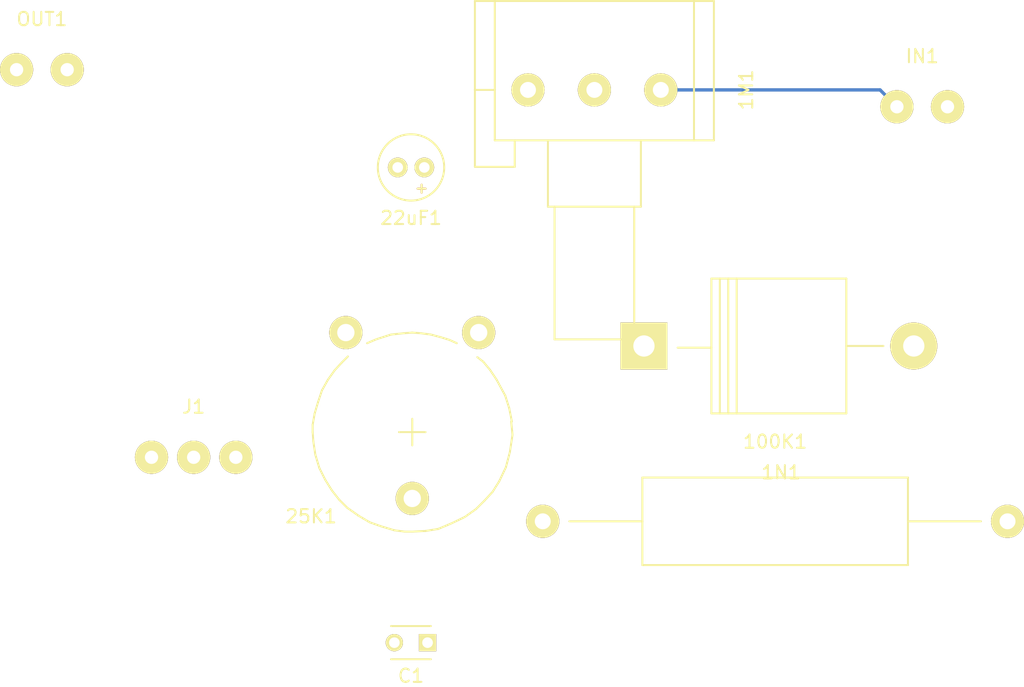
<source format=kicad_pcb>
(kicad_pcb (version 4) (host pcbnew "(2015-09-03 BZR 6154, Git 4636d8d)-product")

  (general
    (links 13)
    (no_connects 9)
    (area 0 0 0 0)
    (thickness 1.6)
    (drawings 0)
    (tracks 2)
    (zones 0)
    (modules 9)
    (nets 9)
  )

  (page A4)
  (layers
    (0 F.Cu signal)
    (31 B.Cu signal)
    (32 B.Adhes user)
    (33 F.Adhes user)
    (34 B.Paste user)
    (35 F.Paste user)
    (36 B.SilkS user)
    (37 F.SilkS user)
    (38 B.Mask user)
    (39 F.Mask user)
    (40 Dwgs.User user)
    (41 Cmts.User user)
    (42 Eco1.User user)
    (43 Eco2.User user)
    (44 Edge.Cuts user)
    (45 Margin user)
    (46 B.CrtYd user)
    (47 F.CrtYd user)
    (48 B.Fab user)
    (49 F.Fab user)
  )

  (setup
    (last_trace_width 0.25)
    (trace_clearance 0.2)
    (zone_clearance 0.508)
    (zone_45_only no)
    (trace_min 0.2)
    (segment_width 0.2)
    (edge_width 0.15)
    (via_size 0.6)
    (via_drill 0.4)
    (via_min_size 0.4)
    (via_min_drill 0.3)
    (uvia_size 0.3)
    (uvia_drill 0.1)
    (uvias_allowed no)
    (uvia_min_size 0.2)
    (uvia_min_drill 0.1)
    (pcb_text_width 0.3)
    (pcb_text_size 1.5 1.5)
    (mod_edge_width 0.15)
    (mod_text_size 1 1)
    (mod_text_width 0.15)
    (pad_size 1.524 1.524)
    (pad_drill 0.762)
    (pad_to_mask_clearance 0.2)
    (aux_axis_origin 0 0)
    (visible_elements FFFFFF7F)
    (pcbplotparams
      (layerselection 0x00030_80000001)
      (usegerberextensions false)
      (excludeedgelayer true)
      (linewidth 0.100000)
      (plotframeref false)
      (viasonmask false)
      (mode 1)
      (useauxorigin false)
      (hpglpennumber 1)
      (hpglpenspeed 20)
      (hpglpendiameter 15)
      (hpglpenoverlay 2)
      (psnegative false)
      (psa4output false)
      (plotreference true)
      (plotvalue true)
      (plotinvisibletext false)
      (padsonsilk false)
      (subtractmaskfromsilk false)
      (outputformat 1)
      (mirror false)
      (drillshape 1)
      (scaleselection 1)
      (outputdirectory ""))
  )

  (net 0 "")
  (net 1 "Net-(1M1-Pad2)")
  (net 2 GND)
  (net 3 "Net-(1M1-Pad1)")
  (net 4 +9V)
  (net 5 "Net-(22uF1-Pad2)")
  (net 6 "Net-(25K1-Pad2)")
  (net 7 "Net-(25K1-Pad3)")
  (net 8 "Net-(100K1-Pad1)")

  (net_class Default "This is the default net class."
    (clearance 0.2)
    (trace_width 0.25)
    (via_dia 0.6)
    (via_drill 0.4)
    (uvia_dia 0.3)
    (uvia_drill 0.1)
    (add_net +9V)
    (add_net GND)
    (add_net "Net-(100K1-Pad1)")
    (add_net "Net-(1M1-Pad1)")
    (add_net "Net-(1M1-Pad2)")
    (add_net "Net-(22uF1-Pad2)")
    (add_net "Net-(25K1-Pad2)")
    (add_net "Net-(25K1-Pad3)")
  )

  (module Potentiometers:Potentiometer_Alps-RK16-single (layer F.Cu) (tedit 5446FD75) (tstamp 55EEFDE3)
    (at 173.228 54.864 270)
    (descr "Potentiometer, Alps, RK16, single, RevA, 30 July 2010,")
    (tags "Potentiometer, Alps, RK16, single, RevA, 30 July 2010,")
    (path /55E9E611)
    (fp_text reference 1M1 (at 0 -6.42874 270) (layer F.SilkS)
      (effects (font (size 1 1) (thickness 0.15)))
    )
    (fp_text value POT (at 0 16.43126 270) (layer F.Fab)
      (effects (font (size 1 1) (thickness 0.15)))
    )
    (fp_line (start 0 14.00048) (end -6.70052 14.00048) (layer F.SilkS) (width 0.15))
    (fp_line (start -6.70052 14.00048) (end -6.70052 12.40028) (layer F.SilkS) (width 0.15))
    (fp_line (start 3.79984 -2.49936) (end 3.79984 -3.99796) (layer F.SilkS) (width 0.15))
    (fp_line (start 3.79984 -3.99796) (end -6.70052 -3.99796) (layer F.SilkS) (width 0.15))
    (fp_line (start -6.70052 -3.99796) (end -6.70052 -2.49936) (layer F.SilkS) (width 0.15))
    (fp_line (start 3.79984 11.00074) (end 5.79882 11.00074) (layer F.SilkS) (width 0.15))
    (fp_line (start 5.79882 11.00074) (end 5.79882 14.00048) (layer F.SilkS) (width 0.15))
    (fp_line (start 5.79882 14.00048) (end 0 14.00048) (layer F.SilkS) (width 0.15))
    (fp_line (start 0 14.00048) (end 0 12.50188) (layer F.SilkS) (width 0.15))
    (fp_line (start 8.8011 2.00152) (end 18.80108 2.00152) (layer F.SilkS) (width 0.15))
    (fp_line (start 18.80108 2.00152) (end 18.80108 8.001) (layer F.SilkS) (width 0.15))
    (fp_line (start 18.80108 8.001) (end 8.8011 8.001) (layer F.SilkS) (width 0.15))
    (fp_line (start 3.79984 1.50114) (end 8.8011 1.50114) (layer F.SilkS) (width 0.15))
    (fp_line (start 8.8011 1.50114) (end 8.8011 8.50138) (layer F.SilkS) (width 0.15))
    (fp_line (start 8.8011 8.50138) (end 3.79984 8.50138) (layer F.SilkS) (width 0.15))
    (fp_line (start 3.79984 -2.49936) (end -6.70052 -2.49936) (layer F.SilkS) (width 0.15))
    (fp_line (start -6.70052 -2.49936) (end -6.70052 12.50188) (layer F.SilkS) (width 0.15))
    (fp_line (start -6.70052 12.50188) (end 3.79984 12.50188) (layer F.SilkS) (width 0.15))
    (fp_line (start 3.79984 12.50188) (end 3.79984 -2.49936) (layer F.SilkS) (width 0.15))
    (pad 2 thru_hole circle (at 0 5.00126 270) (size 2.49936 2.49936) (drill 1.19888) (layers *.Cu *.Mask F.SilkS)
      (net 1 "Net-(1M1-Pad2)"))
    (pad 3 thru_hole circle (at 0 10.00252 270) (size 2.49936 2.49936) (drill 1.19888) (layers *.Cu *.Mask F.SilkS)
      (net 2 GND))
    (pad 1 thru_hole circle (at 0 0 270) (size 2.49936 2.49936) (drill 1.19888) (layers *.Cu *.Mask F.SilkS)
      (net 3 "Net-(1M1-Pad1)"))
  )

  (module Diodes_ThroughHole:Diode_P600_Horizontal (layer F.Cu) (tedit 552FFE49) (tstamp 55EEFDF2)
    (at 171.958 74.16546)
    (descr "Diode, P600, horizontal,")
    (tags "Diode, P600, horizontal,")
    (path /55E9E59B)
    (fp_text reference 1N1 (at 10.32764 9.52246) (layer F.SilkS)
      (effects (font (size 1 1) (thickness 0.15)))
    )
    (fp_text value D (at 10.96264 -9.52754) (layer F.Fab)
      (effects (font (size 1 1) (thickness 0.15)))
    )
    (fp_line (start 15.24 -0.00254) (end 18.034 -0.00254) (layer F.SilkS) (width 0.15))
    (fp_line (start 5.08 0.12446) (end 2.54 0.12446) (layer F.SilkS) (width 0.15))
    (fp_line (start 15.24 5.07746) (end 5.08 5.07746) (layer F.SilkS) (width 0.15))
    (fp_line (start 15.24 -5.08254) (end 5.08 -5.08254) (layer F.SilkS) (width 0.15))
    (fp_line (start 6.985 -5.08254) (end 6.985 5.07746) (layer F.SilkS) (width 0.15))
    (fp_line (start 6.35 -5.08254) (end 6.35 5.07746) (layer F.SilkS) (width 0.15))
    (fp_line (start 5.715 -5.08254) (end 5.715 5.07746) (layer F.SilkS) (width 0.15))
    (fp_line (start 15.24 -5.08254) (end 15.24 5.07746) (layer F.SilkS) (width 0.15))
    (fp_line (start 5.08 -5.08254) (end 5.08 5.07746) (layer F.SilkS) (width 0.15))
    (pad 2 thru_hole circle (at 20.32 -0.00254 180) (size 3.54076 3.54076) (drill 1.6002) (layers *.Cu *.Mask F.SilkS)
      (net 2 GND))
    (pad 1 thru_hole rect (at 0 -0.00254 180) (size 3.54076 3.54076) (drill 1.6002) (layers *.Cu *.Mask F.SilkS)
      (net 4 +9V))
  )

  (module Capacitors_Elko_ThroughHole:Elko_vert_11x5mm_RM2 (layer F.Cu) (tedit 5454A250) (tstamp 55EEFDFF)
    (at 155.43276 60.706 180)
    (descr "Electrolytic Capacitor, vertical, diameter 5mm, RM 2mm, radial,")
    (tags "Electrolytic Capacitor, vertical, diameter 5mm,  radial, RM 2mm, Elko, Electrolytkondensator, Kondensator gepolt, Durchmesser 5mm")
    (path /55E9E51F)
    (fp_text reference 22uF1 (at 1.016 -3.81 180) (layer F.SilkS)
      (effects (font (size 1 1) (thickness 0.15)))
    )
    (fp_text value CP (at 1.016 5.08 180) (layer F.Fab)
      (effects (font (size 1 1) (thickness 0.15)))
    )
    (fp_line (start 0.2159 -1.89992) (end 0.2159 -1.30048) (layer F.SilkS) (width 0.15))
    (fp_line (start -0.08382 -1.6002) (end 0.51562 -1.6002) (layer F.SilkS) (width 0.15))
    (fp_line (start 0.2159 -1.6002) (end 0.2159 -1.30048) (layer F.Cu) (width 0.15))
    (fp_line (start 0.2159 -1.6002) (end 0.51562 -1.6002) (layer F.Cu) (width 0.15))
    (fp_line (start -0.08382 -1.6002) (end 0.2159 -1.6002) (layer F.Cu) (width 0.15))
    (fp_line (start 0.2159 -1.6002) (end 0.2159 -1.89992) (layer F.Cu) (width 0.15))
    (fp_circle (center 1.016 0) (end 3.51536 0) (layer F.SilkS) (width 0.15))
    (pad 1 thru_hole circle (at 0.01524 0 180) (size 1.48082 1.48082) (drill 0.8001) (layers *.Cu *.Mask F.SilkS)
      (net 4 +9V))
    (pad 2 thru_hole circle (at 2.01676 0 180) (size 1.48082 1.48082) (drill 0.8001) (layers *.Cu *.Mask F.SilkS)
      (net 5 "Net-(22uF1-Pad2)"))
    (model Capacitors_Elko_ThroughHole.3dshapes/Elko_vert_11x5mm_RM2.wrl
      (at (xyz 0 0 0))
      (scale (xyz 1 1 1))
      (rotate (xyz 0 0 0))
    )
  )

  (module Potentiometers:Potentiometer_Trimmer-Piher_PT15-V12-5_horizontal (layer F.Cu) (tedit 5446FD75) (tstamp 55EEFE38)
    (at 159.512 73.152 180)
    (descr "Potentiometer, Trimmer, Piher, PT15, Type V12.5, horizontal, Rev A, 02 Aug 2010,")
    (tags "Potentiometer, Trimmer, Piher, PT15, Type V12.5, horizontal, Rev A, 02 Aug 2010,")
    (path /55E9EAB4)
    (fp_text reference 25K1 (at 12.62126 -13.85062 180) (layer F.SilkS)
      (effects (font (size 1 1) (thickness 0.15)))
    )
    (fp_text value POT (at 3.73126 3.92938 180) (layer F.Fab)
      (effects (font (size 1 1) (thickness 0.15)))
    )
    (fp_line (start 1.651 -0.8001) (end 2.20218 -0.55118) (layer F.SilkS) (width 0.15))
    (fp_line (start 2.20218 -0.55118) (end 2.85242 -0.35052) (layer F.SilkS) (width 0.15))
    (fp_line (start 2.85242 -0.35052) (end 3.60172 -0.14986) (layer F.SilkS) (width 0.15))
    (fp_line (start 3.60172 -0.14986) (end 4.35102 -0.0508) (layer F.SilkS) (width 0.15))
    (fp_line (start 4.35102 -0.0508) (end 5.00126 0) (layer F.SilkS) (width 0.15))
    (fp_line (start 5.00126 0) (end 5.6515 -0.0508) (layer F.SilkS) (width 0.15))
    (fp_line (start 5.6515 -0.0508) (end 6.60146 -0.14986) (layer F.SilkS) (width 0.15))
    (fp_line (start 6.60146 -0.14986) (end 7.70128 -0.50038) (layer F.SilkS) (width 0.15))
    (fp_line (start 7.70128 -0.50038) (end 8.40232 -0.8001) (layer F.SilkS) (width 0.15))
    (fp_line (start -2.49936 -6.70052) (end -2.2987 -5.69976) (layer F.SilkS) (width 0.15))
    (fp_line (start -2.2987 -5.69976) (end -1.99898 -4.7498) (layer F.SilkS) (width 0.15))
    (fp_line (start -1.99898 -4.7498) (end -1.34874 -3.55092) (layer F.SilkS) (width 0.15))
    (fp_line (start -1.34874 -3.55092) (end -0.84836 -2.80162) (layer F.SilkS) (width 0.15))
    (fp_line (start -0.84836 -2.80162) (end -0.34798 -2.19964) (layer F.SilkS) (width 0.15))
    (fp_line (start -0.34798 -2.19964) (end 0.1016 -1.85166) (layer F.SilkS) (width 0.15))
    (fp_line (start 5.00126 -15.00124) (end 4.0005 -14.95044) (layer F.SilkS) (width 0.15))
    (fp_line (start 4.0005 -14.95044) (end 3.05054 -14.80058) (layer F.SilkS) (width 0.15))
    (fp_line (start 3.05054 -14.80058) (end 2.10058 -14.4018) (layer F.SilkS) (width 0.15))
    (fp_line (start 2.10058 -14.4018) (end 1.05156 -13.90142) (layer F.SilkS) (width 0.15))
    (fp_line (start 1.05156 -13.90142) (end 0.20066 -13.29944) (layer F.SilkS) (width 0.15))
    (fp_line (start 0.20066 -13.29944) (end -0.44958 -12.65174) (layer F.SilkS) (width 0.15))
    (fp_line (start -0.44958 -12.65174) (end -1.04902 -12.0015) (layer F.SilkS) (width 0.15))
    (fp_line (start -1.04902 -12.0015) (end -1.5494 -11.2014) (layer F.SilkS) (width 0.15))
    (fp_line (start -1.5494 -11.2014) (end -2.04978 -10.14984) (layer F.SilkS) (width 0.15))
    (fp_line (start -2.04978 -10.14984) (end -2.3495 -9.00176) (layer F.SilkS) (width 0.15))
    (fp_line (start -2.3495 -9.00176) (end -2.54762 -7.70128) (layer F.SilkS) (width 0.15))
    (fp_line (start -2.54762 -7.70128) (end -2.44856 -6.70052) (layer F.SilkS) (width 0.15))
    (fp_line (start 11.55192 -11.0998) (end 11.05154 -11.8999) (layer F.SilkS) (width 0.15))
    (fp_line (start 11.05154 -11.8999) (end 10.50036 -12.60094) (layer F.SilkS) (width 0.15))
    (fp_line (start 10.50036 -12.60094) (end 9.90092 -13.20038) (layer F.SilkS) (width 0.15))
    (fp_line (start 9.90092 -13.20038) (end 9.05002 -13.79982) (layer F.SilkS) (width 0.15))
    (fp_line (start 9.05002 -13.79982) (end 8.20166 -14.3002) (layer F.SilkS) (width 0.15))
    (fp_line (start 8.20166 -14.3002) (end 7.35076 -14.59992) (layer F.SilkS) (width 0.15))
    (fp_line (start 7.35076 -14.59992) (end 6.35 -14.89964) (layer F.SilkS) (width 0.15))
    (fp_line (start 6.35 -14.89964) (end 5.55244 -15.00124) (layer F.SilkS) (width 0.15))
    (fp_line (start 5.55244 -15.00124) (end 5.05206 -15.00124) (layer F.SilkS) (width 0.15))
    (fp_line (start 9.85012 -1.80086) (end 10.30224 -2.25044) (layer F.SilkS) (width 0.15))
    (fp_line (start 10.30224 -2.25044) (end 10.85088 -2.84988) (layer F.SilkS) (width 0.15))
    (fp_line (start 10.85088 -2.84988) (end 11.35126 -3.55092) (layer F.SilkS) (width 0.15))
    (fp_line (start 11.35126 -3.55092) (end 11.80084 -4.35102) (layer F.SilkS) (width 0.15))
    (fp_line (start 11.80084 -4.35102) (end 12.10056 -5.25018) (layer F.SilkS) (width 0.15))
    (fp_line (start 12.10056 -5.25018) (end 12.35202 -6.10108) (layer F.SilkS) (width 0.15))
    (fp_line (start 12.35202 -6.10108) (end 12.50188 -6.94944) (layer F.SilkS) (width 0.15))
    (fp_line (start 12.50188 -6.94944) (end 12.50188 -7.50062) (layer F.SilkS) (width 0.15))
    (fp_line (start 12.50188 -7.50062) (end 12.45108 -8.20166) (layer F.SilkS) (width 0.15))
    (fp_line (start 12.45108 -8.20166) (end 12.30122 -9.19988) (layer F.SilkS) (width 0.15))
    (fp_line (start 12.30122 -9.19988) (end 12.0015 -10.20064) (layer F.SilkS) (width 0.15))
    (fp_line (start 12.0015 -10.20064) (end 11.55192 -11.0998) (layer F.SilkS) (width 0.15))
    (fp_line (start 5.00126 -8.50138) (end 5.00126 -6.49986) (layer F.SilkS) (width 0.15))
    (fp_line (start 4.0005 -7.50062) (end 6.00202 -7.50062) (layer F.SilkS) (width 0.15))
    (pad 2 thru_hole circle (at 5.00126 -12.50188 180) (size 2.49936 2.49936) (drill 1.30048) (layers *.Cu *.Mask F.SilkS)
      (net 6 "Net-(25K1-Pad2)"))
    (pad 3 thru_hole circle (at 10.00252 0 180) (size 2.49936 2.49936) (drill 1.30048) (layers *.Cu *.Mask F.SilkS)
      (net 7 "Net-(25K1-Pad3)"))
    (pad 1 thru_hole circle (at 0 0 180) (size 2.49936 2.49936) (drill 1.30048) (layers *.Cu *.Mask F.SilkS)
      (net 4 +9V))
  )

  (module Resistors_ThroughHole:Resistor_Cement_Horizontal_Meggitt-SBC-2 (layer F.Cu) (tedit 0) (tstamp 55EEFE45)
    (at 181.8386 87.376)
    (descr "Resistor, Cement, Horizontal, Meggit, SBC, SBC-2,")
    (tags "Resistor, Cement, Horizontal, Meggit, SBC, SBC-2,")
    (path /55E9E767)
    (fp_text reference 100K1 (at 0 -5.99948) (layer F.SilkS)
      (effects (font (size 1 1) (thickness 0.15)))
    )
    (fp_text value R (at -0.24892 6.74878) (layer F.Fab)
      (effects (font (size 1 1) (thickness 0.15)))
    )
    (fp_line (start -9.99998 0) (end -15.49908 0) (layer F.SilkS) (width 0.15))
    (fp_line (start 9.99998 0) (end 15.49908 0) (layer F.SilkS) (width 0.15))
    (fp_line (start 9.99998 0) (end 9.99998 -3.29946) (layer F.SilkS) (width 0.15))
    (fp_line (start 9.99998 -3.29946) (end -9.99998 -3.29946) (layer F.SilkS) (width 0.15))
    (fp_line (start -9.99998 -3.29946) (end -9.99998 3.29946) (layer F.SilkS) (width 0.15))
    (fp_line (start -9.99998 3.29946) (end 9.99998 3.29946) (layer F.SilkS) (width 0.15))
    (fp_line (start 9.99998 3.29946) (end 9.99998 0) (layer F.SilkS) (width 0.15))
    (pad 1 thru_hole circle (at -17.5006 0 180) (size 2.49936 2.49936) (drill 1.19888) (layers *.Cu *.Mask F.SilkS)
      (net 8 "Net-(100K1-Pad1)"))
    (pad 2 thru_hole circle (at 17.5006 0 180) (size 2.49936 2.49936) (drill 1.19888) (layers *.Cu *.Mask F.SilkS)
      (net 2 GND))
  )

  (module Capacitors_ThroughHole:C_Disc_D3_P2.5 (layer F.Cu) (tedit 0) (tstamp 55EEFE51)
    (at 155.662 96.52 180)
    (descr "Capacitor 3mm Disc, Pitch 2.5mm")
    (tags Capacitor)
    (path /55E9E708)
    (fp_text reference C1 (at 1.25 -2.5 180) (layer F.SilkS)
      (effects (font (size 1 1) (thickness 0.15)))
    )
    (fp_text value C_Small (at 1.25 2.5 180) (layer F.Fab)
      (effects (font (size 1 1) (thickness 0.15)))
    )
    (fp_line (start -0.9 -1.5) (end 3.4 -1.5) (layer F.CrtYd) (width 0.05))
    (fp_line (start 3.4 -1.5) (end 3.4 1.5) (layer F.CrtYd) (width 0.05))
    (fp_line (start 3.4 1.5) (end -0.9 1.5) (layer F.CrtYd) (width 0.05))
    (fp_line (start -0.9 1.5) (end -0.9 -1.5) (layer F.CrtYd) (width 0.05))
    (fp_line (start -0.25 -1.25) (end 2.75 -1.25) (layer F.SilkS) (width 0.15))
    (fp_line (start 2.75 1.25) (end -0.25 1.25) (layer F.SilkS) (width 0.15))
    (pad 1 thru_hole rect (at 0 0 180) (size 1.3 1.3) (drill 0.8) (layers *.Cu *.Mask F.SilkS)
      (net 8 "Net-(100K1-Pad1)"))
    (pad 2 thru_hole circle (at 2.5 0 180) (size 1.3 1.3) (drill 0.8001) (layers *.Cu *.Mask F.SilkS)
      (net 7 "Net-(25K1-Pad3)"))
    (model Capacitors_ThroughHole.3dshapes/C_Disc_D3_P2.5.wrl
      (at (xyz 0.0492126 0 0))
      (scale (xyz 1 1 1))
      (rotate (xyz 0 0 0))
    )
  )

  (module Wire_Pads:SolderWirePad_2x_1mmDrill (layer F.Cu) (tedit 0) (tstamp 55EEFE57)
    (at 192.913 56.134)
    (path /55E9DB17)
    (fp_text reference IN1 (at 0 -3.81) (layer F.SilkS)
      (effects (font (size 1 1) (thickness 0.15)))
    )
    (fp_text value JACK_2P (at 0.635 3.81) (layer F.Fab)
      (effects (font (size 1 1) (thickness 0.15)))
    )
    (pad 1 thru_hole circle (at -1.905 0) (size 2.49936 2.49936) (drill 1.00076) (layers *.Cu *.Mask F.SilkS)
      (net 3 "Net-(1M1-Pad1)"))
    (pad 1 thru_hole circle (at 1.905 0) (size 2.49936 2.49936) (drill 1.00076) (layers *.Cu *.Mask F.SilkS)
      (net 3 "Net-(1M1-Pad1)"))
  )

  (module Wire_Pads:SolderWirePad_3x_1mmDrill (layer F.Cu) (tedit 0) (tstamp 55EEFE5E)
    (at 138.049 82.55)
    (path /55E9EA09)
    (fp_text reference J1 (at 0 -3.81) (layer F.SilkS)
      (effects (font (size 1 1) (thickness 0.15)))
    )
    (fp_text value Q_NJFET_DSG (at -1.651 -3.556) (layer F.Fab)
      (effects (font (size 1 1) (thickness 0.15)))
    )
    (pad 1 thru_hole circle (at -3.175 0) (size 2.49936 2.49936) (drill 1.00076) (layers *.Cu *.Mask F.SilkS)
      (net 7 "Net-(25K1-Pad3)"))
    (pad 1 thru_hole circle (at 0 0) (size 2.49936 2.49936) (drill 1.00076) (layers *.Cu *.Mask F.SilkS)
      (net 7 "Net-(25K1-Pad3)"))
    (pad 1 thru_hole circle (at 3.175 0) (size 2.49936 2.49936) (drill 1.00076) (layers *.Cu *.Mask F.SilkS)
      (net 7 "Net-(25K1-Pad3)"))
  )

  (module Wire_Pads:SolderWirePad_2x_1mmDrill (layer F.Cu) (tedit 0) (tstamp 55EEFE64)
    (at 126.619 53.34)
    (path /55E9DAD6)
    (fp_text reference OUT1 (at 0 -3.81) (layer F.SilkS)
      (effects (font (size 1 1) (thickness 0.15)))
    )
    (fp_text value JACK_2P (at 0.635 3.81) (layer F.Fab)
      (effects (font (size 1 1) (thickness 0.15)))
    )
    (pad 1 thru_hole circle (at -1.905 0) (size 2.49936 2.49936) (drill 1.00076) (layers *.Cu *.Mask F.SilkS)
      (net 5 "Net-(22uF1-Pad2)"))
    (pad 1 thru_hole circle (at 1.905 0) (size 2.49936 2.49936) (drill 1.00076) (layers *.Cu *.Mask F.SilkS)
      (net 5 "Net-(22uF1-Pad2)"))
  )

  (segment (start 191.008 56.134) (end 189.738 54.864) (width 0.25) (layer B.Cu) (net 3))
  (segment (start 189.738 54.864) (end 173.228 54.864) (width 0.25) (layer B.Cu) (net 3))

)

</source>
